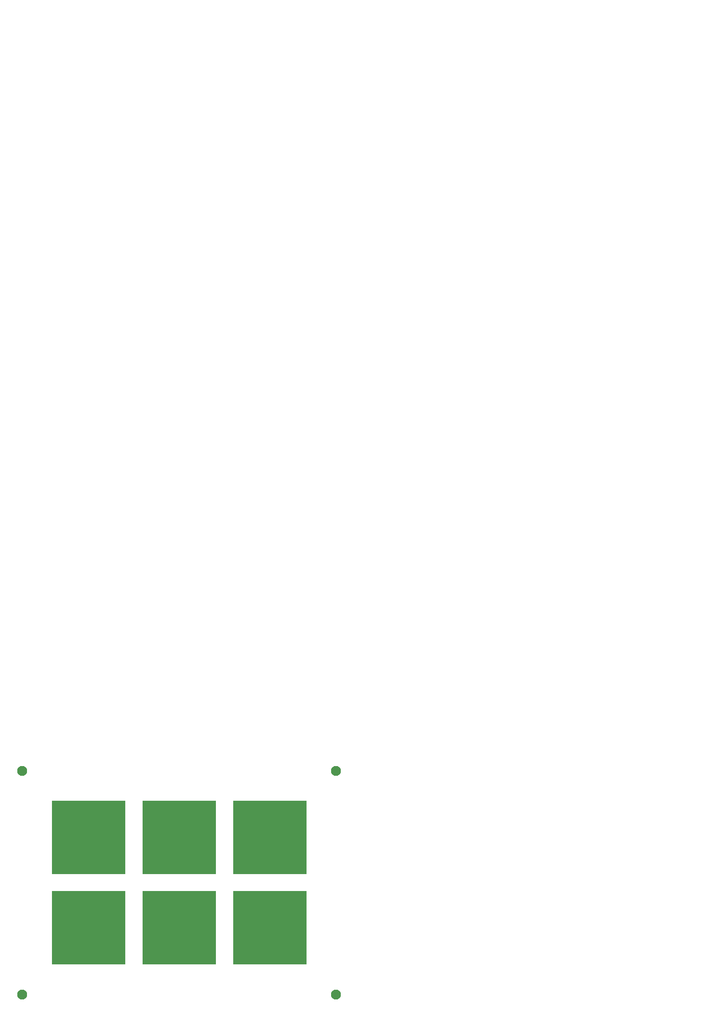
<source format=gbr>
%TF.GenerationSoftware,Altium Limited,Altium Designer,20.1.12 (249)*%
G04 Layer_Physical_Order=1*
G04 Layer_Color=255*
%FSLAX26Y26*%
%MOIN*%
%TF.SameCoordinates,71B6AE89-9338-4103-9D56-E4713A122201*%
%TF.FilePolarity,Positive*%
%TF.FileFunction,Copper,L1,Top,Signal*%
%TF.Part,Single*%
G01*
G75*
%TA.AperFunction,ViaPad*%
%ADD10R,0.610236X0.610236*%
%ADD11C,0.082677*%
G36*
X5782598Y8184882D02*
D01*
D02*
G37*
D10*
X708661Y1459055D02*
D03*
X2207087D02*
D03*
X708661Y709842D02*
D03*
X2207087D02*
D03*
X1457874Y1459055D02*
D03*
Y709842D02*
D03*
D11*
X2755905Y157480D02*
D03*
Y2007874D02*
D03*
X157480Y157480D02*
D03*
Y2007874D02*
D03*
%TF.MD5,fec59d8040114aad2751ade76fb2ed49*%
M02*

</source>
